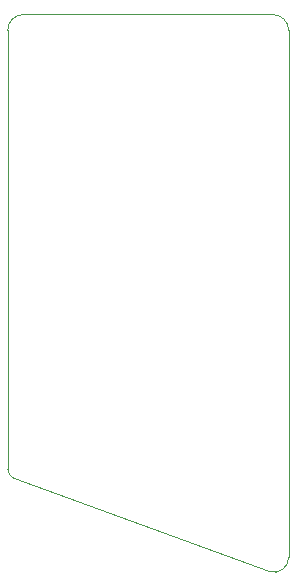
<source format=gm1>
G04 #@! TF.GenerationSoftware,KiCad,Pcbnew,(5.1.5)-3*
G04 #@! TF.CreationDate,2021-03-06T02:02:41+09:00*
G04 #@! TF.ProjectId,Getta25,47657474-6132-4352-9e6b-696361645f70,rev?*
G04 #@! TF.SameCoordinates,Original*
G04 #@! TF.FileFunction,Profile,NP*
%FSLAX46Y46*%
G04 Gerber Fmt 4.6, Leading zero omitted, Abs format (unit mm)*
G04 Created by KiCad (PCBNEW (5.1.5)-3) date 2021-03-06 02:02:41*
%MOMM*%
%LPD*%
G04 APERTURE LIST*
%ADD10C,0.100000*%
G04 APERTURE END LIST*
D10*
X106950000Y-8502500D02*
X106950000Y-45640000D01*
X107489950Y-46450123D02*
G75*
G02X106950000Y-45640000I330050J804980D01*
G01*
X130740000Y-53110407D02*
G75*
G02X129081151Y-54320000I-1248849J-29593D01*
G01*
X106950000Y-8502500D02*
G75*
G02X108290000Y-7162500I1340000J0D01*
G01*
X129397500Y-7162500D02*
G75*
G02X130737500Y-8502500I0J-1340000D01*
G01*
X130737500Y-8502500D02*
X130737500Y-53110407D01*
X108290000Y-7162500D02*
X129397500Y-7162500D01*
X129081151Y-54320000D02*
X107490000Y-46450000D01*
M02*

</source>
